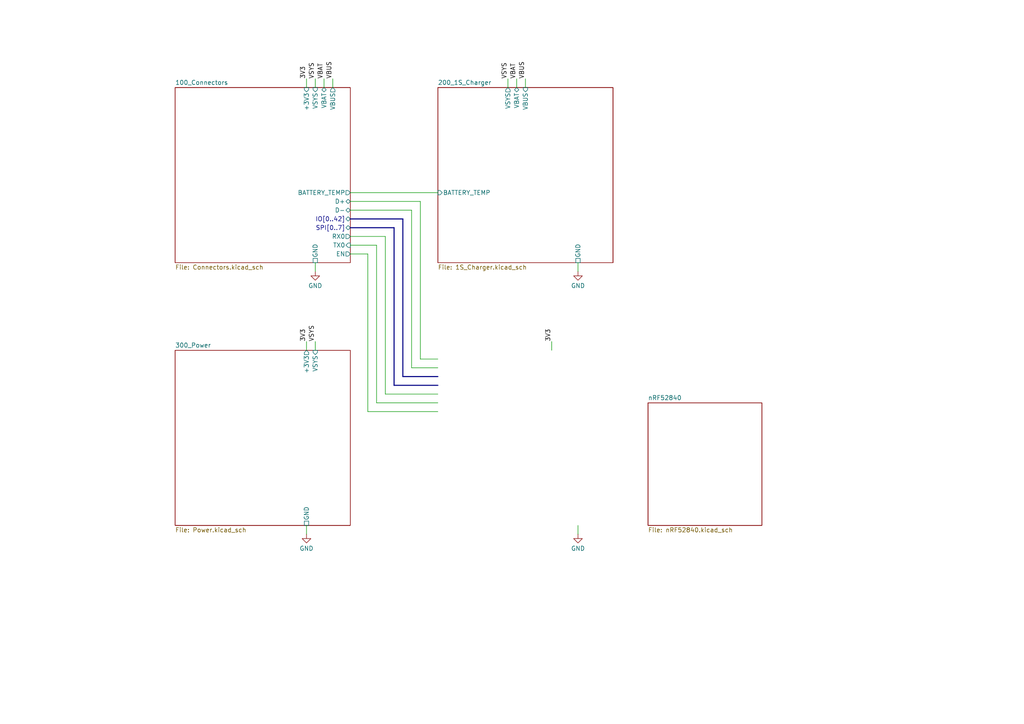
<source format=kicad_sch>
(kicad_sch (version 20231120) (generator "eeschema") (generator_version "8.0")
  (paper "A4")
  (title_block (title "PSoM - nRF52840") (date "2024-09-30") (rev "HW00") (company "PumaCorp"))
  (lib_symbols
    (symbol "power:GND" (power) (pin_names (offset 0))
      (property "Value" "GND" (at 0 -3.81 0))
      (symbol "GND_0_1"
        (polyline (pts (xy 0 0) (xy 0 -1.27) (xy 1.27 -1.27) (xy 0 -2.54) (xy -1.27 -1.27) (xy 0 -1.27)))
      )
      (symbol "GND_1_1"
        (pin power_in line (at 0 0 270) (length 0) hide (name "GND") (number "1"))
      )
    )
  )
  (wire (pts (xy 127 114.3) (xy 111.76 114.3)))
  (wire (pts (xy 147.32 22.86) (xy 147.32 25.4)))
  (bus (pts (xy 114.3 111.76) (xy 127 111.76)))
  (wire (pts (xy 167.64 152.4) (xy 167.64 154.94)))
  (wire (pts (xy 93.98 22.86) (xy 93.98 25.4)))
  (wire (pts (xy 109.22 71.12) (xy 109.22 116.84)))
  (wire (pts (xy 96.52 22.86) (xy 96.52 25.4)))
  (wire (pts (xy 101.6 73.66) (xy 106.68 73.66)))
  (wire (pts (xy 91.44 76.2) (xy 91.44 78.74)))
  (wire (pts (xy 121.92 58.42) (xy 101.6 58.42)))
  (wire (pts (xy 106.68 73.66) (xy 106.68 119.38)))
  (wire (pts (xy 121.92 58.42) (xy 121.92 104.14)))
  (wire (pts (xy 111.76 114.3) (xy 111.76 68.58)))
  (wire (pts (xy 88.9 152.4) (xy 88.9 154.94)))
  (bus (pts (xy 116.84 109.22) (xy 116.84 63.5)))
  (bus (pts (xy 127 109.22) (xy 116.84 109.22)))
  (wire (pts (xy 106.68 119.38) (xy 127 119.38)))
  (wire (pts (xy 111.76 68.58) (xy 101.6 68.58)))
  (wire (pts (xy 119.38 106.68) (xy 127 106.68)))
  (bus (pts (xy 114.3 66.04) (xy 114.3 111.76)))
  (wire (pts (xy 91.44 22.86) (xy 91.44 25.4)))
  (wire (pts (xy 167.64 76.2) (xy 167.64 78.74)))
  (wire (pts (xy 109.22 116.84) (xy 127 116.84)))
  (wire (pts (xy 101.6 71.12) (xy 109.22 71.12)))
  (wire (pts (xy 91.44 99.06) (xy 91.44 101.6)))
  (wire (pts (xy 152.4 22.86) (xy 152.4 25.4)))
  (wire (pts (xy 119.38 60.96) (xy 119.38 106.68)))
  (bus (pts (xy 101.6 66.04) (xy 114.3 66.04)))
  (wire (pts (xy 101.6 60.96) (xy 119.38 60.96)))
  (bus (pts (xy 116.84 63.5) (xy 101.6 63.5)))
  (wire (pts (xy 149.86 22.86) (xy 149.86 25.4)))
  (wire (pts (xy 101.6 55.88) (xy 127 55.88)))
  (wire (pts (xy 88.9 22.86) (xy 88.9 25.4)))
  (wire (pts (xy 127 104.14) (xy 121.92 104.14)))
  (wire (pts (xy 160.02 99.06) (xy 160.02 101.6)))
  (wire (pts (xy 88.9 99.06) (xy 88.9 101.6)))
  (label "3V3" (at 88.9 22.86 90))
  (label "3V3" (at 88.9 99.06 90))
  (label "3V3" (at 160.02 99.06 90))
  (label "VBUS" (at 96.52 22.86 90))
  (label "VSYS" (at 147.32 22.86 90))
  (label "VBUS" (at 152.4 22.86 90))
  (label "VSYS" (at 91.44 22.86 90))
  (label "VSYS" (at 91.44 99.06 90))
  (label "VBAT" (at 149.86 22.86 90))
  (label "VBAT" (at 93.98 22.86 90))
  (symbol (lib_id "power:GND") (at 167.64 154.94 0) (unit 1)
    (property "Reference" "#PWR08" (effects (hide yes)))
    (property "Value" "GND" (at 167.64 159.0755 0))
  )
  (symbol (lib_id "power:GND") (at 91.44 78.74 0) (unit 1)
    (property "Reference" "#PWR06" (effects (hide yes)))
    (property "Value" "GND" (at 91.44 82.8755 0))
  )
  (symbol (lib_id "power:GND") (at 167.64 78.74 0) (unit 1)
    (property "Reference" "#PWR07" (effects (hide yes)))
    (property "Value" "GND" (at 167.64 82.8755 0))
  )
  (symbol (lib_id "power:GND") (at 88.9 154.94 0) (unit 1)
    (property "Reference" "#PWR09" (effects (hide yes)))
    (property "Value" "GND" (at 88.9 159.0755 0))
  )
  (sheet (at 127 25.4) (size 50.8 50.8) (stroke (width 0.1524))
    (property "Sheetname" "200_1S_Charger" (at 127 24.6884 0) (effects (justify left bottom)))
    (property "Sheetfile" "1S_Charger.kicad_sch" (at 127 76.7846 0) (effects (justify left top)))
    (pin "VSYS" output (at 147.32 25.4 90))
    (pin "VBUS" input (at 152.4 25.4 90))
    (pin "VBAT" bidirectional (at 149.86 25.4 90))
    (pin "GND" passive (at 167.64 76.2 270))
    (pin "BATTERY_TEMP" input (at 127 55.88 180))
  )
  (sheet (at 50.8 25.4) (size 50.8 50.8) (stroke (width 0.1524))
    (property "Sheetname" "100_Connectors" (at 50.8 24.6884 0) (effects (justify left bottom)))
    (property "Sheetfile" "Connectors.kicad_sch" (at 50.8 76.7846 0) (effects (justify left top)))
    (pin "D-" bidirectional (at 101.6 60.96 0))
    (pin "VBAT" bidirectional (at 93.98 25.4 90))
    (pin "D+" bidirectional (at 101.6 58.42 0))
    (pin "GND" passive (at 91.44 76.2 270))
    (pin "IO[0..42]" bidirectional (at 101.6 63.5 0))
    (pin "VBUS" output (at 96.52 25.4 90))
    (pin "+3V3" input (at 88.9 25.4 90))
    (pin "VSYS" input (at 91.44 25.4 90))
    (pin "TX0" input (at 101.6 71.12 0))
    (pin "RX0" output (at 101.6 68.58 0))
    (pin "SPI[0..7]" bidirectional (at 101.6 66.04 0))
    (pin "BATTERY_TEMP" output (at 101.6 55.88 0))
    (pin "EN" output (at 101.6 73.66 0))
  )
  (sheet (at 187.96 116.84) (size 33.02 35.56) (stroke (width 0.1524))
    (property "Sheetname" "nRF52840" (at 187.96 116.1284 0) (effects (justify left bottom)))
    (property "Sheetfile" "nRF52840.kicad_sch" (at 187.96 152.9846 0) (effects (justify left top)))
  )
  (sheet (at 50.8 101.6) (size 50.8 50.8) (stroke (width 0.1524))
    (property "Sheetname" "300_Power" (at 50.8 100.8884 0) (effects (justify left bottom)))
    (property "Sheetfile" "Power.kicad_sch" (at 50.8 152.9846 0) (effects (justify left top)))
    (pin "+3V3" output (at 88.9 101.6 90))
    (pin "VSYS" input (at 91.44 101.6 90))
    (pin "GND" passive (at 88.9 152.4 270))
  )
)
</source>
